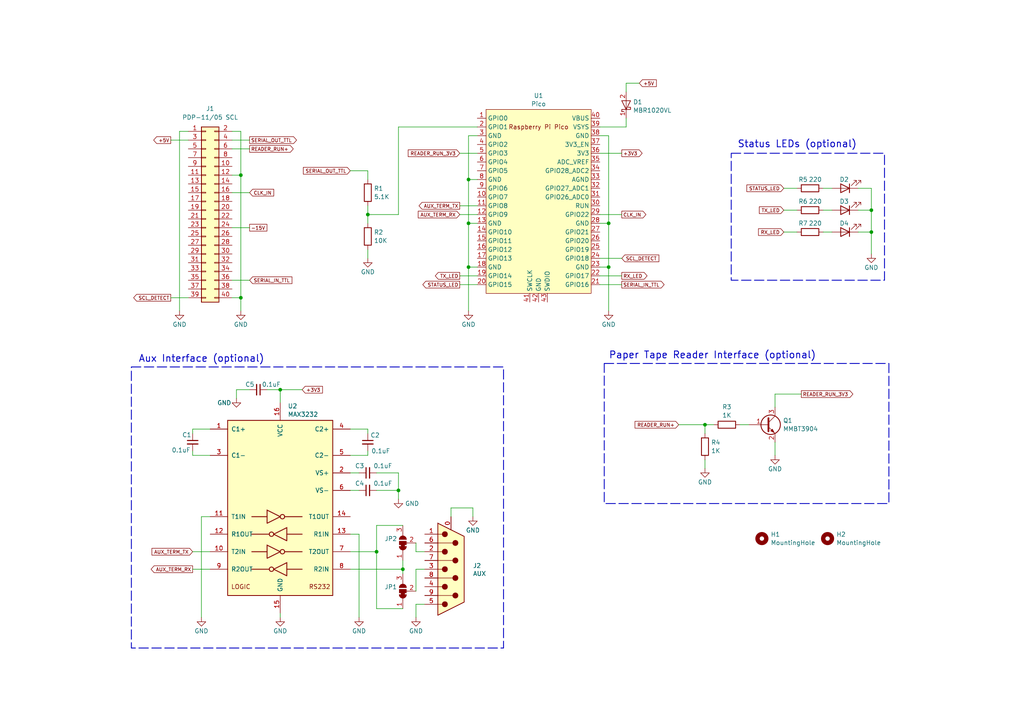
<source format=kicad_sch>
(kicad_sch (version 20231120) (generator "eeschema") (generator_version "8.0")
  (paper "A4")
  (title_block (title "PDP-11/05 Console Adapter V2") (date "2025-04-12") (rev "4.1") (comment 1 "Licensed under a Creative Commons Attribution 4.0 International License") (comment 2 "Copyright © 2025 Jay Logue") (comment 4 "https://github.com/jaylogue/pdp1105-console-adapter-v2"))
  (lib_symbols
    (symbol "Connector:DE9_Plug_MountingHoles" (pin_names (offset 1.016) hide)
      (property "Reference" "J" (at 0 16.51 0))
      (property "Value" "DE9_Plug_MountingHoles" (at 0 14.605 0))
      (symbol "DE9_Plug_MountingHoles_0_1"
        (circle (center -1.778 -10.16) (radius 0.762) (fill (type outline)))
        (circle (center -1.778 -5.08) (radius 0.762) (fill (type outline)))
        (circle (center -1.778 0) (radius 0.762) (fill (type outline)))
        (circle (center -1.778 5.08) (radius 0.762) (fill (type outline)))
        (circle (center -1.778 10.16) (radius 0.762) (fill (type outline)))
        (polyline (pts (xy -3.81 -10.16) (xy -2.54 -10.16)))
        (polyline (pts (xy -3.81 -7.62) (xy 0.508 -7.62)))
        (polyline (pts (xy -3.81 -5.08) (xy -2.54 -5.08)))
        (polyline (pts (xy -3.81 -2.54) (xy 0.508 -2.54)))
        (polyline (pts (xy -3.81 0) (xy -2.54 0)))
        (polyline (pts (xy -3.81 2.54) (xy 0.508 2.54)))
        (polyline (pts (xy -3.81 5.08) (xy -2.54 5.08)))
        (polyline (pts (xy -3.81 7.62) (xy 0.508 7.62)))
        (polyline (pts (xy -3.81 10.16) (xy -2.54 10.16)))
        (polyline (pts (xy -3.81 -13.335) (xy -3.81 13.335) (xy 3.81 9.525) (xy 3.81 -9.525) (xy -3.81 -13.335)) (stroke (width 0.254)) (fill (type background)))
        (circle (center 1.27 -7.62) (radius 0.762) (fill (type outline)))
        (circle (center 1.27 -2.54) (radius 0.762) (fill (type outline)))
        (circle (center 1.27 2.54) (radius 0.762) (fill (type outline)))
        (circle (center 1.27 7.62) (radius 0.762) (fill (type outline)))
      )
      (symbol "DE9_Plug_MountingHoles_1_1"
        (pin passive line (at 0 -15.24 90) (length 3.81) (name "PAD") (number "0"))
        (pin passive line (at -7.62 -10.16 0) (length 3.81) (name "1") (number "1"))
        (pin passive line (at -7.62 -5.08 0) (length 3.81) (name "2") (number "2"))
        (pin passive line (at -7.62 0 0) (length 3.81) (name "3") (number "3"))
        (pin passive line (at -7.62 5.08 0) (length 3.81) (name "4") (number "4"))
        (pin passive line (at -7.62 10.16 0) (length 3.81) (name "5") (number "5"))
        (pin passive line (at -7.62 -7.62 0) (length 3.81) (name "6") (number "6"))
        (pin passive line (at -7.62 -2.54 0) (length 3.81) (name "7") (number "7"))
        (pin passive line (at -7.62 2.54 0) (length 3.81) (name "8") (number "8"))
        (pin passive line (at -7.62 7.62 0) (length 3.81) (name "9") (number "9"))
      )
    )
    (symbol "Connector_Generic:Conn_02x20_Odd_Even" (pin_names (offset 0) hide)
      (property "Reference" "J1" (at 1.27 32.0802 0))
      (property "Value" "Console Connector" (at 1.27 29.5402 0))
      (symbol "Conn_02x20_Odd_Even_1_1"
        (rectangle (start -1.27 -25.273) (end 0 -25.527) (stroke (width 0.1524)))
        (rectangle (start -1.27 -22.733) (end 0 -22.987) (stroke (width 0.1524)))
        (rectangle (start -1.27 -20.193) (end 0 -20.447) (stroke (width 0.1524)))
        (rectangle (start -1.27 -17.653) (end 0 -17.907) (stroke (width 0.1524)))
        (rectangle (start -1.27 -15.113) (end 0 -15.367) (stroke (width 0.1524)))
        (rectangle (start -1.27 -12.573) (end 0 -12.827) (stroke (width 0.1524)))
        (rectangle (start -1.27 -10.033) (end 0 -10.287) (stroke (width 0.1524)))
        (rectangle (start -1.27 -7.493) (end 0 -7.747) (stroke (width 0.1524)))
        (rectangle (start -1.27 -4.953) (end 0 -5.207) (stroke (width 0.1524)))
        (rectangle (start -1.27 -2.413) (end 0 -2.667) (stroke (width 0.1524)))
        (rectangle (start -1.27 0.127) (end 0 -0.127) (stroke (width 0.1524)))
        (rectangle (start -1.27 2.667) (end 0 2.413) (stroke (width 0.1524)))
        (rectangle (start -1.27 5.207) (end 0 4.953) (stroke (width 0.1524)))
        (rectangle (start -1.27 7.747) (end 0 7.493) (stroke (width 0.1524)))
        (rectangle (start -1.27 10.287) (end 0 10.033) (stroke (width 0.1524)))
        (rectangle (start -1.27 12.827) (end 0 12.573) (stroke (width 0.1524)))
        (rectangle (start -1.27 15.367) (end 0 15.113) (stroke (width 0.1524)))
        (rectangle (start -1.27 17.907) (end 0 17.653) (stroke (width 0.1524)))
        (rectangle (start -1.27 20.447) (end 0 20.193) (stroke (width 0.1524)))
        (rectangle (start -1.27 22.987) (end 0 22.733) (stroke (width 0.1524)))
        (rectangle (start -1.27 24.13) (end 3.81 -26.67) (stroke (width 0.254)) (fill (type background)))
        (rectangle (start 3.81 -25.273) (end 2.54 -25.527) (stroke (width 0.1524)))
        (rectangle (start 3.81 -22.733) (end 2.54 -22.987) (stroke (width 0.1524)))
        (rectangle (start 3.81 -20.193) (end 2.54 -20.447) (stroke (width 0.1524)))
        (rectangle (start 3.81 -17.653) (end 2.54 -17.907) (stroke (width 0.1524)))
        (rectangle (start 3.81 -15.113) (end 2.54 -15.367) (stroke (width 0.1524)))
        (rectangle (start 3.81 -12.573) (end 2.54 -12.827) (stroke (width 0.1524)))
        (rectangle (start 3.81 -10.033) (end 2.54 -10.287) (stroke (width 0.1524)))
        (rectangle (start 3.81 -7.493) (end 2.54 -7.747) (stroke (width 0.1524)))
        (rectangle (start 3.81 -4.953) (end 2.54 -5.207) (stroke (width 0.1524)))
        (rectangle (start 3.81 -2.413) (end 2.54 -2.667) (stroke (width 0.1524)))
        (rectangle (start 3.81 0.127) (end 2.54 -0.127) (stroke (width 0.1524)))
        (rectangle (start 3.81 2.667) (end 2.54 2.413) (stroke (width 0.1524)))
        (rectangle (start 3.81 5.207) (end 2.54 4.953) (stroke (width 0.1524)))
        (rectangle (start 3.81 7.747) (end 2.54 7.493) (stroke (width 0.1524)))
        (rectangle (start 3.81 10.287) (end 2.54 10.033) (stroke (width 0.1524)))
        (rectangle (start 3.81 12.827) (end 2.54 12.573) (stroke (width 0.1524)))
        (rectangle (start 3.81 15.367) (end 2.54 15.113) (stroke (width 0.1524)))
        (rectangle (start 3.81 17.907) (end 2.54 17.653) (stroke (width 0.1524)))
        (rectangle (start 3.81 20.447) (end 2.54 20.193) (stroke (width 0.1524)))
        (rectangle (start 3.81 22.987) (end 2.54 22.733) (stroke (width 0.1524)))
        (pin passive line (at -5.08 22.86 0) (length 3.81) (name "GND") (number "1"))
        (pin passive line (at 7.62 12.7 180) (length 3.81) (name "-SERIAL_OUT_20MA") (number "10"))
        (pin passive line (at -5.08 10.16 0) (length 3.81) (name "NC") (number "11"))
        (pin passive line (at 7.62 10.16 180) (length 3.81) (name "CLK_DISAB") (number "12"))
        (pin passive line (at -5.08 7.62 0) (length 3.81) (name "NC") (number "13"))
        (pin passive line (at 7.62 7.62 180) (length 3.81) (name "-READER_RUN_20MA") (number "14"))
        (pin passive line (at -5.08 5.08 0) (length 3.81) (name "NC") (number "15"))
        (pin passive line (at 7.62 5.08 180) (length 3.81) (name "CLK_IN") (number "16"))
        (pin passive line (at -5.08 2.54 0) (length 3.81) (name "NC") (number "17"))
        (pin passive line (at 7.62 2.54 180) (length 3.81) (name "+SERIAL_OUT_20MA") (number "18"))
        (pin passive line (at -5.08 0 0) (length 3.81) (name "NC") (number "19"))
        (pin passive line (at 7.62 22.86 180) (length 3.81) (name "GND") (number "2"))
        (pin passive line (at 7.62 0 180) (length 3.81) (name "NC") (number "20"))
        (pin passive line (at -5.08 -2.54 0) (length 3.81) (name "NC") (number "21"))
        (pin passive line (at 7.62 -2.54 180) (length 3.81) (name "NC") (number "22"))
        (pin passive line (at -5.08 -5.08 0) (length 3.81) (name "NC") (number "23"))
        (pin passive line (at 7.62 -5.08 180) (length 3.81) (name "-15V") (number "24"))
        (pin passive line (at -5.08 -7.62 0) (length 3.81) (name "NC") (number "25"))
        (pin passive line (at 7.62 -7.62 180) (length 3.81) (name "-SERIAL_IN_20MA") (number "26"))
        (pin passive line (at -5.08 -10.16 0) (length 3.81) (name "NC") (number "27"))
        (pin passive line (at 7.62 -10.16 180) (length 3.81) (name "NC") (number "28"))
        (pin passive line (at -5.08 -12.7 0) (length 3.81) (name "NC") (number "29"))
        (pin passive line (at -5.08 20.32 0) (length 3.81) (name "+5V") (number "3"))
        (pin passive line (at 7.62 -12.7 180) (length 3.81) (name "NC") (number "30"))
        (pin passive line (at -5.08 -15.24 0) (length 3.81) (name "NC") (number "31"))
        (pin passive line (at 7.62 -15.24 180) (length 3.81) (name "+SERIAL_IN_20MA") (number "32"))
        (pin passive line (at -5.08 -17.78 0) (length 3.81) (name "NC") (number "33"))
        (pin passive line (at 7.62 -17.78 180) (length 3.81) (name "INTERLOCK_20MA") (number "34"))
        (pin passive line (at -5.08 -20.32 0) (length 3.81) (name "NC") (number "35"))
        (pin passive line (at 7.62 -20.32 180) (length 3.81) (name "SERIAL_IN_TTL") (number "36"))
        (pin passive line (at -5.08 -22.86 0) (length 3.81) (name "NC") (number "37"))
        (pin passive line (at 7.62 -22.86 180) (length 3.81) (name "NC") (number "38"))
        (pin passive line (at -5.08 -25.4 0) (length 3.81) (name "GND") (number "39"))
        (pin passive line (at 7.62 20.32 180) (length 3.81) (name "SERIAL_OUT_TTL") (number "4"))
        (pin passive line (at 7.62 -25.4 180) (length 3.81) (name "GND") (number "40"))
        (pin passive line (at -5.08 17.78 0) (length 3.81) (name "NC") (number "5"))
        (pin passive line (at 7.62 17.78 180) (length 3.81) (name "+READER_RUN_20MA") (number "6"))
        (pin passive line (at -5.08 15.24 0) (length 3.81) (name "NC") (number "7"))
        (pin passive line (at 7.62 15.24 180) (length 3.81) (name "NC") (number "8"))
        (pin passive line (at -5.08 12.7 0) (length 3.81) (name "NC") (number "9"))
      )
    )
    (symbol "Device:C_Small" (pin_numbers hide) (pin_names (offset 0.254) hide)
      (property "Reference" "C" (at 0.254 1.778 0))
      (property "Value" "C_Small" (at 0.254 -2.032 0))
      (symbol "C_Small_0_1"
        (polyline (pts (xy -1.524 -0.508) (xy 1.524 -0.508)) (stroke (width 0.3302)))
        (polyline (pts (xy -1.524 0.508) (xy 1.524 0.508)) (stroke (width 0.3048)))
      )
      (symbol "C_Small_1_1"
        (pin passive line (at 0 2.54 270) (length 2.032) (name "~") (number "1"))
        (pin passive line (at 0 -2.54 90) (length 2.032) (name "~") (number "2"))
      )
    )
    (symbol "Device:LED" (pin_numbers hide) (pin_names (offset 1.016) hide)
      (property "Reference" "D" (at 0 2.54 0))
      (property "Value" "LED" (at 0 -2.54 0))
      (symbol "LED_0_1"
        (polyline (pts (xy -1.27 -1.27) (xy -1.27 1.27)) (stroke (width 0.254)))
        (polyline (pts (xy -1.27 0) (xy 1.27 0)))
        (polyline (pts (xy 1.27 -1.27) (xy 1.27 1.27) (xy -1.27 0) (xy 1.27 -1.27)) (stroke (width 0.254)))
        (polyline (pts (xy -3.048 -0.762) (xy -4.572 -2.286) (xy -3.81 -2.286) (xy -4.572 -2.286) (xy -4.572 -1.524)))
        (polyline (pts (xy -1.778 -0.762) (xy -3.302 -2.286) (xy -2.54 -2.286) (xy -3.302 -2.286) (xy -3.302 -1.524)))
      )
      (symbol "LED_1_1"
        (pin passive line (at -3.81 0 0) (length 2.54) (name "K") (number "1"))
        (pin passive line (at 3.81 0 180) (length 2.54) (name "A") (number "2"))
      )
    )
    (symbol "Device:R" (pin_numbers hide) (pin_names (offset 0))
      (property "Reference" "R" (at 2.032 0 90))
      (property "Value" "R" (at 0 0 90))
      (symbol "R_0_1"
        (rectangle (start -1.016 -2.54) (end 1.016 2.54) (stroke (width 0.254)))
      )
      (symbol "R_1_1"
        (pin passive line (at 0 3.81 270) (length 1.27) (name "~") (number "1"))
        (pin passive line (at 0 -3.81 90) (length 1.27) (name "~") (number "2"))
      )
    )
    (symbol "Diode:MBR1020VL" (pin_names hide)
      (property "Reference" "D" (at 0 2.54 0))
      (property "Value" "MBR1020VL" (at 0 -2.54 0))
      (symbol "MBR1020VL_0_1"
        (polyline (pts (xy 1.27 0) (xy -1.27 0)))
        (polyline (pts (xy 1.27 1.27) (xy 1.27 -1.27) (xy -1.27 0) (xy 1.27 1.27)) (stroke (width 0.2032)))
        (polyline (pts (xy -1.905 0.635) (xy -1.905 1.27) (xy -1.27 1.27) (xy -1.27 -1.27) (xy -0.635 -1.27) (xy -0.635 -0.635)) (stroke (width 0.2032)))
      )
      (symbol "MBR1020VL_1_1"
        (pin passive line (at -3.81 0 0) (length 2.54) (name "K") (number "1"))
        (pin passive line (at 3.81 0 180) (length 2.54) (name "A") (number "2"))
      )
    )
    (symbol "Interface_UART:MAX3232" (pin_names (offset 1.016))
      (property "Reference" "U3" (at 2.1941 29.5445 0))
      (property "Value" "MAX3232" (at 2.1941 27.1202 0))
      (symbol "MAX3232_0_0"
        (text "LOGIC" (at -11.43 -22.86 0) (effects (font (size 1.27 1.27))))
        (text "RS232" (at 11.43 -22.86 0) (effects (font (size 1.27 1.27))))
      )
      (symbol "MAX3232_0_1"
        (rectangle (start -15.24 -25.4) (end 15.24 25.4) (stroke (width 0.254)) (fill (type background)))
        (circle (center -2.54 -17.78) (radius 0.635) (stroke (width 0.254)))
        (circle (center -2.54 -7.62) (radius 0.635) (stroke (width 0.254)))
        (polyline (pts (xy -3.81 -12.7) (xy -8.255 -12.7)) (stroke (width 0.254)))
        (polyline (pts (xy -3.81 -2.54) (xy -8.255 -2.54)) (stroke (width 0.254)))
        (polyline (pts (xy -3.175 -17.78) (xy -8.255 -17.78)) (stroke (width 0.254)))
        (polyline (pts (xy -3.175 -7.62) (xy -8.255 -7.62)) (stroke (width 0.254)))
        (polyline (pts (xy 1.27 -12.7) (xy 6.35 -12.7)) (stroke (width 0.254)))
        (polyline (pts (xy 1.27 -2.54) (xy 6.35 -2.54)) (stroke (width 0.254)))
        (polyline (pts (xy 1.905 -17.78) (xy 6.35 -17.78)) (stroke (width 0.254)))
        (polyline (pts (xy 1.905 -7.62) (xy 6.35 -7.62)) (stroke (width 0.254)))
        (polyline (pts (xy -3.81 -10.795) (xy -3.81 -14.605) (xy 0 -12.7) (xy -3.81 -10.795)) (stroke (width 0.254)))
        (polyline (pts (xy -3.81 -0.635) (xy -3.81 -4.445) (xy 0 -2.54) (xy -3.81 -0.635)) (stroke (width 0.254)))
        (polyline (pts (xy 1.905 -15.875) (xy 1.905 -19.685) (xy -1.905 -17.78) (xy 1.905 -15.875)) (stroke (width 0.254)))
        (polyline (pts (xy 1.905 -5.715) (xy 1.905 -9.525) (xy -1.905 -7.62) (xy 1.905 -5.715)) (stroke (width 0.254)))
        (circle (center 0.635 -12.7) (radius 0.635) (stroke (width 0.254)))
        (circle (center 0.635 -2.54) (radius 0.635) (stroke (width 0.254)))
      )
      (symbol "MAX3232_1_1"
        (pin passive line (at -20.32 22.86 0) (length 5.08) (name "C1+") (number "1"))
        (pin input line (at -20.32 -12.7 0) (length 5.08) (name "T2IN") (number "10"))
        (pin input line (at -20.32 -2.54 0) (length 5.08) (name "T1IN") (number "11"))
        (pin output line (at -20.32 -7.62 0) (length 5.08) (name "R1OUT") (number "12"))
        (pin input line (at 20.32 -7.62 180) (length 5.08) (name "R1IN") (number "13"))
        (pin output line (at 20.32 -2.54 180) (length 5.08) (name "T1OUT") (number "14"))
        (pin power_in line (at 0 -30.48 90) (length 5.08) (name "GND") (number "15"))
        (pin power_in line (at 0 30.48 270) (length 5.08) (name "VCC") (number "16"))
        (pin power_out line (at 20.32 10.16 180) (length 5.08) (name "VS+") (number "2"))
        (pin passive line (at -20.32 15.24 0) (length 5.08) (name "C1-") (number "3"))
        (pin passive line (at 20.32 22.86 180) (length 5.08) (name "C2+") (number "4"))
        (pin passive line (at 20.32 15.24 180) (length 5.08) (name "C2-") (number "5"))
        (pin power_out line (at 20.32 5.08 180) (length 5.08) (name "VS-") (number "6"))
        (pin output line (at 20.32 -12.7 180) (length 5.08) (name "T2OUT") (number "7"))
        (pin input line (at 20.32 -17.78 180) (length 5.08) (name "R2IN") (number "8"))
        (pin output line (at -20.32 -17.78 0) (length 5.08) (name "R2OUT") (number "9"))
      )
    )
    (symbol "Jumper:SolderJumper_3_Bridged12" (pin_names (offset 0) hide) (exclude_from_sim yes) (in_bom no)
      (property "Reference" "JP" (at -2.54 -2.54 0))
      (property "Value" "SolderJumper_3_Bridged12" (at 0 2.794 0))
      (symbol "SolderJumper_3_Bridged12_0_1"
        (rectangle (start -1.016 0.508) (end -0.508 -0.508) (fill (type outline)))
        (arc (start -1.016 1.016) (mid -2.0276 0) (end -1.016 -1.016))
        (arc (start -1.016 1.016) (mid -2.0276 0) (end -1.016 -1.016) (fill (type outline)))
        (rectangle (start -0.508 1.016) (end 0.508 -1.016) (fill (type outline)))
        (polyline (pts (xy -2.54 0) (xy -2.032 0)))
        (polyline (pts (xy -1.016 1.016) (xy -1.016 -1.016)))
        (polyline (pts (xy 0 -1.27) (xy 0 -1.016)))
        (polyline (pts (xy 1.016 1.016) (xy 1.016 -1.016)))
        (polyline (pts (xy 2.54 0) (xy 2.032 0)))
        (arc (start 1.016 -1.016) (mid 2.0276 0) (end 1.016 1.016))
        (arc (start 1.016 -1.016) (mid 2.0276 0) (end 1.016 1.016) (fill (type outline)))
      )
      (symbol "SolderJumper_3_Bridged12_1_1"
        (pin passive line (at -5.08 0 0) (length 2.54) (name "A") (number "1"))
        (pin passive line (at 0 -3.81 90) (length 2.54) (name "C") (number "2"))
        (pin passive line (at 5.08 0 180) (length 2.54) (name "B") (number "3"))
      )
    )
    (symbol "MCU_RaspberryPi_and_Boards:Pico"
      (property "Reference" "U" (at -13.97 27.94 0))
      (property "Value" "Pico" (at 0 19.05 0))
      (symbol "Pico_0_0"
        (text "Raspberry Pi Pico" (at 0 21.59 0) (effects (font (size 1.27 1.27))))
      )
      (symbol "Pico_0_1"
        (rectangle (start -15.24 26.67) (end 15.24 -26.67) (fill (type background)))
      )
      (symbol "Pico_1_1"
        (pin bidirectional line (at -17.78 24.13 0) (length 2.54) (name "GPIO0") (number "1"))
        (pin bidirectional line (at -17.78 1.27 0) (length 2.54) (name "GPIO7") (number "10"))
        (pin bidirectional line (at -17.78 -1.27 0) (length 2.54) (name "GPIO8") (number "11"))
        (pin bidirectional line (at -17.78 -3.81 0) (length 2.54) (name "GPIO9") (number "12"))
        (pin power_in line (at -17.78 -6.35 0) (length 2.54) (name "GND") (number "13"))
        (pin bidirectional line (at -17.78 -8.89 0) (length 2.54) (name "GPIO10") (number "14"))
        (pin bidirectional line (at -17.78 -11.43 0) (length 2.54) (name "GPIO11") (number "15"))
        (pin bidirectional line (at -17.78 -13.97 0) (length 2.54) (name "GPIO12") (number "16"))
        (pin bidirectional line (at -17.78 -16.51 0) (length 2.54) (name "GPIO13") (number "17"))
        (pin power_in line (at -17.78 -19.05 0) (length 2.54) (name "GND") (number "18"))
        (pin bidirectional line (at -17.78 -21.59 0) (length 2.54) (name "GPIO14") (number "19"))
        (pin bidirectional line (at -17.78 21.59 0) (length 2.54) (name "GPIO1") (number "2"))
        (pin bidirectional line (at -17.78 -24.13 0) (length 2.54) (name "GPIO15") (number "20"))
        (pin bidirectional line (at 17.78 -24.13 180) (length 2.54) (name "GPIO16") (number "21"))
        (pin bidirectional line (at 17.78 -21.59 180) (length 2.54) (name "GPIO17") (number "22"))
        (pin power_in line (at 17.78 -19.05 180) (length 2.54) (name "GND") (number "23"))
        (pin bidirectional line (at 17.78 -16.51 180) (length 2.54) (name "GPIO18") (number "24"))
        (pin bidirectional line (at 17.78 -13.97 180) (length 2.54) (name "GPIO19") (number "25"))
        (pin bidirectional line (at 17.78 -11.43 180) (length 2.54) (name "GPIO20") (number "26"))
        (pin bidirectional line (at 17.78 -8.89 180) (length 2.54) (name "GPIO21") (number "27"))
        (pin power_in line (at 17.78 -6.35 180) (length 2.54) (name "GND") (number "28"))
        (pin bidirectional line (at 17.78 -3.81 180) (length 2.54) (name "GPIO22") (number "29"))
        (pin power_in line (at -17.78 19.05 0) (length 2.54) (name "GND") (number "3"))
        (pin input line (at 17.78 -1.27 180) (length 2.54) (name "RUN") (number "30"))
        (pin bidirectional line (at 17.78 1.27 180) (length 2.54) (name "GPIO26_ADC0") (number "31"))
        (pin bidirectional line (at 17.78 3.81 180) (length 2.54) (name "GPIO27_ADC1") (number "32"))
        (pin power_in line (at 17.78 6.35 180) (length 2.54) (name "AGND") (number "33"))
        (pin bidirectional line (at 17.78 8.89 180) (length 2.54) (name "GPIO28_ADC2") (number "34"))
        (pin power_in line (at 17.78 11.43 180) (length 2.54) (name "ADC_VREF") (number "35"))
        (pin power_in line (at 17.78 13.97 180) (length 2.54) (name "3V3") (number "36"))
        (pin input line (at 17.78 16.51 180) (length 2.54) (name "3V3_EN") (number "37"))
        (pin bidirectional line (at 17.78 19.05 180) (length 2.54) (name "GND") (number "38"))
        (pin power_in line (at 17.78 21.59 180) (length 2.54) (name "VSYS") (number "39"))
        (pin bidirectional line (at -17.78 16.51 0) (length 2.54) (name "GPIO2") (number "4"))
        (pin power_in line (at 17.78 24.13 180) (length 2.54) (name "VBUS") (number "40"))
        (pin input line (at -2.54 -29.21 90) (length 2.54) (name "SWCLK") (number "41"))
        (pin power_in line (at 0 -29.21 90) (length 2.54) (name "GND") (number "42"))
        (pin bidirectional line (at 2.54 -29.21 90) (length 2.54) (name "SWDIO") (number "43"))
        (pin bidirectional line (at -17.78 13.97 0) (length 2.54) (name "GPIO3") (number "5"))
        (pin bidirectional line (at -17.78 11.43 0) (length 2.54) (name "GPIO4") (number "6"))
        (pin bidirectional line (at -17.78 8.89 0) (length 2.54) (name "GPIO5") (number "7"))
        (pin power_in line (at -17.78 6.35 0) (length 2.54) (name "GND") (number "8"))
        (pin bidirectional line (at -17.78 3.81 0) (length 2.54) (name "GPIO6") (number "9"))
      )
    )
    (symbol "Mechanical:MountingHole" (pin_names (offset 1.016)) (exclude_from_sim yes) (in_bom no)
      (property "Reference" "H" (at 0 5.08 0))
      (property "Value" "MountingHole" (at 0 3.175 0))
      (symbol "MountingHole_0_1"
        (circle (center 0 0) (radius 1.27) (stroke (width 1.27)))
      )
    )
    (symbol "Transistor_BJT:MMBT3904" (pin_names (offset 0) hide)
      (property "Reference" "Q" (at 5.08 1.905 0))
      (property "Value" "MMBT3904" (at 5.08 0 0))
      (symbol "MMBT3904_0_1"
        (polyline (pts (xy 0.635 0.635) (xy 2.54 2.54)))
        (polyline (pts (xy 0.635 -0.635) (xy 2.54 -2.54) (xy 2.54 -2.54)))
        (polyline (pts (xy 0.635 1.905) (xy 0.635 -1.905) (xy 0.635 -1.905)) (stroke (width 0.508)))
        (polyline (pts (xy 1.27 -1.778) (xy 1.778 -1.27) (xy 2.286 -2.286) (xy 1.27 -1.778) (xy 1.27 -1.778)) (fill (type outline)))
        (circle (center 1.27 0) (radius 2.8194) (stroke (width 0.254)))
      )
      (symbol "MMBT3904_1_1"
        (pin input line (at -5.08 0 0) (length 5.715) (name "B") (number "1"))
        (pin passive line (at 2.54 -5.08 90) (length 2.54) (name "E") (number "2"))
        (pin passive line (at 2.54 5.08 270) (length 2.54) (name "C") (number "3"))
      )
    )
    (symbol "power:GND" (power) (pin_names (offset 0))
      (property "Value" "GND" (at 0 -3.81 0))
      (symbol "GND_0_1"
        (polyline (pts (xy 0 0) (xy 0 -1.27) (xy 1.27 -1.27) (xy 0 -2.54) (xy -1.27 -1.27) (xy 0 -1.27)))
      )
      (symbol "GND_1_1"
        (pin power_in line (at 0 0 270) (length 0) hide (name "GND") (number "1"))
      )
    )
  )
  (junction (at 135.89 52.07))
  (junction (at 135.89 64.77))
  (junction (at 116.84 165.1))
  (junction (at 81.28 113.03))
  (junction (at 106.68 62.23))
  (junction (at 252.73 67.31))
  (junction (at 176.53 64.77))
  (junction (at 135.89 77.47))
  (junction (at 69.85 50.8))
  (junction (at 115.57 142.24))
  (junction (at 176.53 77.47))
  (junction (at 109.22 160.02))
  (junction (at 204.47 123.19))
  (junction (at 69.85 86.36))
  (junction (at 252.73 60.96))
  (wire (pts (xy 181.61 26.67) (xy 181.61 24.13)))
  (wire (pts (xy 135.89 52.07) (xy 138.43 52.07)))
  (wire (pts (xy 106.68 59.69) (xy 106.68 62.23)))
  (wire (pts (xy 101.6 154.94) (xy 104.14 154.94)))
  (wire (pts (xy 106.68 72.39) (xy 106.68 74.93)))
  (wire (pts (xy 55.88 165.1) (xy 60.96 165.1)))
  (wire (pts (xy 67.31 43.18) (xy 72.39 43.18)))
  (wire (pts (xy 173.99 64.77) (xy 176.53 64.77)))
  (wire (pts (xy 67.31 50.8) (xy 69.85 50.8)))
  (wire (pts (xy 204.47 123.19) (xy 204.47 125.73)))
  (wire (pts (xy 214.63 123.19) (xy 217.17 123.19)))
  (wire (pts (xy 120.65 171.45) (xy 120.65 165.1)))
  (wire (pts (xy 67.31 38.1) (xy 69.85 38.1)))
  (wire (pts (xy 227.33 60.96) (xy 231.14 60.96)))
  (wire (pts (xy 116.84 165.1) (xy 116.84 166.37)))
  (wire (pts (xy 227.33 67.31) (xy 231.14 67.31)))
  (wire (pts (xy 60.96 124.46) (xy 55.88 124.46)))
  (wire (pts (xy 173.99 44.45) (xy 180.34 44.45)))
  (wire (pts (xy 133.35 59.69) (xy 138.43 59.69)))
  (wire (pts (xy 135.89 52.07) (xy 135.89 39.37)))
  (wire (pts (xy 69.85 38.1) (xy 69.85 50.8)))
  (wire (pts (xy 115.57 62.23) (xy 106.68 62.23)))
  (wire (pts (xy 68.58 113.03) (xy 72.39 113.03)))
  (wire (pts (xy 115.57 142.24) (xy 115.57 144.78)))
  (wire (pts (xy 120.65 175.26) (xy 120.65 179.07)))
  (wire (pts (xy 49.53 86.36) (xy 54.61 86.36)))
  (wire (pts (xy 238.76 54.61) (xy 241.3 54.61)))
  (wire (pts (xy 204.47 133.35) (xy 204.47 135.89)))
  (wire (pts (xy 69.85 86.36) (xy 69.85 90.17)))
  (wire (pts (xy 68.58 113.03) (xy 68.58 115.57)))
  (wire (pts (xy 173.99 77.47) (xy 176.53 77.47)))
  (wire (pts (xy 104.14 154.94) (xy 104.14 179.07)))
  (wire (pts (xy 248.92 60.96) (xy 252.73 60.96)))
  (wire (pts (xy 123.19 175.26) (xy 120.65 175.26)))
  (wire (pts (xy 67.31 40.64) (xy 72.39 40.64)))
  (wire (pts (xy 135.89 64.77) (xy 138.43 64.77)))
  (wire (pts (xy 238.76 67.31) (xy 241.3 67.31)))
  (wire (pts (xy 55.88 160.02) (xy 60.96 160.02)))
  (wire (pts (xy 54.61 38.1) (xy 52.07 38.1)))
  (wire (pts (xy 106.68 130.81) (xy 106.68 132.08)))
  (wire (pts (xy 173.99 36.83) (xy 181.61 36.83)))
  (wire (pts (xy 135.89 77.47) (xy 135.89 64.77)))
  (wire (pts (xy 60.96 132.08) (xy 55.88 132.08)))
  (wire (pts (xy 130.81 147.32) (xy 137.16 147.32)))
  (wire (pts (xy 181.61 36.83) (xy 181.61 34.29)))
  (wire (pts (xy 55.88 124.46) (xy 55.88 125.73)))
  (wire (pts (xy 120.65 160.02) (xy 123.19 160.02)))
  (wire (pts (xy 248.92 67.31) (xy 252.73 67.31)))
  (wire (pts (xy 67.31 55.88) (xy 72.39 55.88)))
  (wire (pts (xy 133.35 82.55) (xy 138.43 82.55)))
  (wire (pts (xy 227.33 54.61) (xy 231.14 54.61)))
  (wire (pts (xy 238.76 60.96) (xy 241.3 60.96)))
  (wire (pts (xy 106.68 132.08) (xy 101.6 132.08)))
  (wire (pts (xy 138.43 36.83) (xy 115.57 36.83)))
  (wire (pts (xy 109.22 176.53) (xy 116.84 176.53)))
  (wire (pts (xy 77.47 113.03) (xy 81.28 113.03)))
  (wire (pts (xy 106.68 124.46) (xy 101.6 124.46)))
  (wire (pts (xy 69.85 50.8) (xy 69.85 86.36)))
  (wire (pts (xy 81.28 113.03) (xy 87.63 113.03)))
  (wire (pts (xy 196.85 123.19) (xy 204.47 123.19)))
  (wire (pts (xy 135.89 39.37) (xy 138.43 39.37)))
  (wire (pts (xy 101.6 137.16) (xy 104.14 137.16)))
  (wire (pts (xy 135.89 77.47) (xy 135.89 90.17)))
  (wire (pts (xy 173.99 82.55) (xy 180.34 82.55)))
  (wire (pts (xy 173.99 39.37) (xy 176.53 39.37)))
  (wire (pts (xy 133.35 44.45) (xy 138.43 44.45)))
  (wire (pts (xy 176.53 39.37) (xy 176.53 64.77)))
  (wire (pts (xy 109.22 152.4) (xy 109.22 160.02)))
  (wire (pts (xy 224.79 118.11) (xy 224.79 114.3)))
  (wire (pts (xy 115.57 36.83) (xy 115.57 62.23)))
  (wire (pts (xy 106.68 62.23) (xy 106.68 64.77)))
  (wire (pts (xy 67.31 66.04) (xy 72.39 66.04)))
  (wire (pts (xy 109.22 137.16) (xy 115.57 137.16)))
  (wire (pts (xy 173.99 74.93) (xy 180.34 74.93)))
  (wire (pts (xy 101.6 165.1) (xy 116.84 165.1)))
  (wire (pts (xy 55.88 132.08) (xy 55.88 130.81)))
  (wire (pts (xy 120.65 157.48) (xy 120.65 160.02)))
  (wire (pts (xy 138.43 77.47) (xy 135.89 77.47)))
  (wire (pts (xy 135.89 64.77) (xy 135.89 52.07)))
  (wire (pts (xy 137.16 147.32) (xy 137.16 149.86)))
  (wire (pts (xy 224.79 114.3) (xy 232.41 114.3)))
  (wire (pts (xy 52.07 38.1) (xy 52.07 90.17)))
  (wire (pts (xy 176.53 77.47) (xy 176.53 90.17)))
  (wire (pts (xy 115.57 137.16) (xy 115.57 142.24)))
  (wire (pts (xy 106.68 49.53) (xy 106.68 52.07)))
  (wire (pts (xy 252.73 54.61) (xy 252.73 60.96)))
  (wire (pts (xy 101.6 160.02) (xy 109.22 160.02)))
  (wire (pts (xy 130.81 149.86) (xy 130.81 147.32)))
  (wire (pts (xy 204.47 123.19) (xy 207.01 123.19)))
  (wire (pts (xy 252.73 60.96) (xy 252.73 67.31)))
  (wire (pts (xy 67.31 86.36) (xy 69.85 86.36)))
  (wire (pts (xy 58.42 149.86) (xy 58.42 179.07)))
  (wire (pts (xy 133.35 62.23) (xy 138.43 62.23)))
  (wire (pts (xy 133.35 80.01) (xy 138.43 80.01)))
  (wire (pts (xy 101.6 49.53) (xy 106.68 49.53)))
  (wire (pts (xy 109.22 142.24) (xy 115.57 142.24)))
  (wire (pts (xy 248.92 54.61) (xy 252.73 54.61)))
  (wire (pts (xy 224.79 128.27) (xy 224.79 132.08)))
  (wire (pts (xy 120.65 165.1) (xy 123.19 165.1)))
  (wire (pts (xy 81.28 177.8) (xy 81.28 179.07)))
  (wire (pts (xy 106.68 125.73) (xy 106.68 124.46)))
  (wire (pts (xy 72.39 81.28) (xy 67.31 81.28)))
  (wire (pts (xy 252.73 67.31) (xy 252.73 73.66)))
  (wire (pts (xy 176.53 64.77) (xy 176.53 77.47)))
  (wire (pts (xy 81.28 113.03) (xy 81.28 116.84)))
  (wire (pts (xy 60.96 149.86) (xy 58.42 149.86)))
  (wire (pts (xy 173.99 80.01) (xy 180.34 80.01)))
  (wire (pts (xy 109.22 152.4) (xy 116.84 152.4)))
  (wire (pts (xy 116.84 162.56) (xy 116.84 165.1)))
  (wire (pts (xy 173.99 62.23) (xy 180.34 62.23)))
  (wire (pts (xy 181.61 24.13) (xy 185.42 24.13)))
  (wire (pts (xy 49.53 40.64) (xy 54.61 40.64)))
  (wire (pts (xy 109.22 160.02) (xy 109.22 176.53)))
  (wire (pts (xy 101.6 142.24) (xy 104.14 142.24)))
  (rectangle (start 175.26 105.41) (end 257.81 146.05) (stroke (width 0.25) (type dash)))
  (rectangle (start 212.09 44.45) (end 256.54 81.28) (stroke (width 0.25) (type dash)))
  (rectangle (start 38.1 106.426) (end 146.05 187.96) (stroke (width 0.25) (type dash)))
  (text "Aux Interface (optional)" (at 40.132 104.14 0) (effects (font (size 2 2) (thickness 0.25)) (justify left)))
  (text "Status LEDs (optional)" (at 213.868 41.91 0) (effects (font (size 2 2) (thickness 0.25)) (justify left)))
  (text "Paper Tape Reader Interface (optional)" (at 176.53 103.124 0) (effects (font (size 2 2) (thickness 0.25)) (justify left)))
  (global_label "TX_LED" (shape output) (at 133.35 80.01 180) (effects (font (size 1 1))) (property "Intersheetrefs" "${INTERSHEET_REFS}" (effects (hide yes))))
  (global_label "READER_RUN+" (shape output) (at 72.39 43.18 0) (effects (font (size 1 1))) (property "Intersheetrefs" "${INTERSHEET_REFS}" (effects (hide yes))))
  (global_label "RX_LED" (shape output) (at 180.34 80.01 0) (effects (font (size 1 1))) (property "Intersheetrefs" "${INTERSHEET_REFS}" (effects (hide yes))))
  (global_label "SERIAL_IN_TTL" (shape input) (at 72.39 81.28 0) (effects (font (size 1 1))) (property "Intersheetrefs" "${INTERSHEET_REFS}" (effects (hide yes))))
  (global_label "AUX_TERM_TX" (shape output) (at 133.35 59.69 180) (effects (font (size 1 1))) (property "Intersheetrefs" "${INTERSHEET_REFS}" (effects (hide yes))))
  (global_label "RX_LED" (shape input) (at 227.33 67.31 180) (effects (font (size 1 1))) (property "Intersheetrefs" "${INTERSHEET_REFS}" (effects (hide yes))))
  (global_label "STATUS_LED" (shape output) (at 133.35 82.55 180) (effects (font (size 1 1))) (property "Intersheetrefs" "${INTERSHEET_REFS}" (effects (hide yes))))
  (global_label "SERIAL_OUT_TTL" (shape output) (at 72.39 40.64 0) (effects (font (size 1 1))) (property "Intersheetrefs" "${INTERSHEET_REFS}" (effects (hide yes))))
  (global_label "AUX_TERM_RX" (shape input) (at 133.35 62.23 180) (effects (font (size 1 1))) (property "Intersheetrefs" "${INTERSHEET_REFS}" (effects (hide yes))))
  (global_label "AUX_TERM_RX" (shape output) (at 55.88 165.1 180) (effects (font (size 1 1))) (property "Intersheetrefs" "${INTERSHEET_REFS}" (effects (hide yes))))
  (global_label "+5V" (shape output) (at 49.53 40.64 180) (effects (font (size 1 1))) (property "Intersheetrefs" "${INTERSHEET_REFS}" (effects (hide yes))))
  (global_label "+5V" (shape input) (at 185.42 24.13 0) (effects (font (size 1 1))) (property "Intersheetrefs" "${INTERSHEET_REFS}" (effects (hide yes))))
  (global_label "SCL_DETECT" (shape output) (at 49.53 86.36 180) (effects (font (size 1 1))) (property "Intersheetrefs" "${INTERSHEET_REFS}" (effects (hide yes))))
  (global_label "+3V3" (shape output) (at 180.34 44.45 0) (effects (font (size 1 1))) (property "Intersheetrefs" "${INTERSHEET_REFS}" (effects (hide yes))))
  (global_label "CLK_IN" (shape output) (at 180.34 62.23 0) (effects (font (size 1 1))) (property "Intersheetrefs" "${INTERSHEET_REFS}" (effects (hide yes))))
  (global_label "READER_RUN+" (shape input) (at 196.85 123.19 180) (effects (font (size 1 1))) (property "Intersheetrefs" "${INTERSHEET_REFS}" (effects (hide yes))))
  (global_label "CLK_IN" (shape input) (at 72.39 55.88 0) (effects (font (size 1 1))) (property "Intersheetrefs" "${INTERSHEET_REFS}" (effects (hide yes))))
  (global_label "STATUS_LED" (shape input) (at 227.33 54.61 180) (effects (font (size 1 1))) (property "Intersheetrefs" "${INTERSHEET_REFS}" (effects (hide yes))))
  (global_label "READER_RUN_3V3" (shape output) (at 232.41 114.3 0) (effects (font (size 1 1))) (property "Intersheetrefs" "${INTERSHEET_REFS}" (effects (hide yes))))
  (global_label "SERIAL_OUT_TTL" (shape input) (at 101.6 49.53 180) (effects (font (size 1 1))) (property "Intersheetrefs" "${INTERSHEET_REFS}" (effects (hide yes))))
  (global_label "+3V3" (shape input) (at 87.63 113.03 0) (effects (font (size 1 1))) (property "Intersheetrefs" "${INTERSHEET_REFS}" (effects (hide yes))))
  (global_label "-15V" (shape passive) (at 72.39 66.04 0) (effects (font (size 1 1))) (property "Intersheetrefs" "${INTERSHEET_REFS}" (effects (hide yes))))
  (global_label "SERIAL_IN_TTL" (shape output) (at 180.34 82.55 0) (effects (font (size 1 1))) (property "Intersheetrefs" "${INTERSHEET_REFS}" (effects (hide yes))))
  (global_label "TX_LED" (shape input) (at 227.33 60.96 180) (effects (font (size 1 1))) (property "Intersheetrefs" "${INTERSHEET_REFS}" (effects (hide yes))))
  (global_label "AUX_TERM_TX" (shape input) (at 55.88 160.02 180) (effects (font (size 1 1))) (property "Intersheetrefs" "${INTERSHEET_REFS}" (effects (hide yes))))
  (global_label "READER_RUN_3V3" (shape input) (at 133.35 44.45 180) (effects (font (size 1 1))) (property "Intersheetrefs" "${INTERSHEET_REFS}" (effects (hide yes))))
  (global_label "SCL_DETECT" (shape input) (at 180.34 74.93 0) (effects (font (size 1 1))) (property "Intersheetrefs" "${INTERSHEET_REFS}" (effects (hide yes))))
  (symbol (lib_id "Device:C_Small") (at 106.68 137.16 90) (unit 1)
    (property "Reference" "C3" (at 105.664 135.128 90) (effects (justify left)))
    (property "Value" "0.1uF" (at 113.792 135.128 90) (effects (justify left)))
    (property "Footprint" "Capacitor_SMD:C_0805_2012Metric_Pad1.18x1.45mm_HandSolder" (effects (hide yes)))
    (property "LCSC" "C28233" (effects (hide yes)))
  )
  (symbol (lib_id "power:GND") (at 81.28 179.07 0) (unit 1)
    (property "Reference" "#PWR08" (effects (hide yes)))
    (property "Value" "GND" (at 81.28 183.015 0))
  )
  (symbol (lib_id "Device:R") (at 234.95 67.31 90) (unit 1)
    (property "Reference" "R7" (at 232.918 64.77 90))
    (property "Value" "220" (at 236.474 64.77 90))
    (property "Footprint" "Resistor_SMD:R_0805_2012Metric_Pad1.20x1.40mm_HandSolder" (effects (hide yes)))
    (property "Description" "Resistor" (effects (hide yes)))
    (property "LCSC" "C17414" (effects (hide yes)))
  )
  (symbol (lib_id "power:GND") (at 252.73 73.66 0) (unit 1)
    (property "Reference" "#PWR15" (effects (hide yes)))
    (property "Value" "GND" (at 252.73 77.605 0))
  )
  (symbol (lib_id "Transistor_BJT:MMBT3904") (at 222.25 123.19 0) (unit 1)
    (property "Reference" "Q1" (at 227.1014 121.9778 0) (effects (justify left)))
    (property "Value" "MMBT3904" (at 227.1014 124.4021 0) (effects (justify left)))
    (property "Footprint" "Package_TO_SOT_SMD:SOT-23" (effects (hide yes)))
    (property "Datasheet" "https://www.onsemi.com/pdf/datasheet/pzt3904-d.pdf" (effects (hide yes)))
    (property "Description" "0.2A Ic, 40V Vce, Small Signal NPN Transistor, SOT-23" (effects (hide yes)))
    (property "LCSC" "C20526" (effects (hide yes)))
  )
  (symbol (lib_id "Mechanical:MountingHole") (at 240.03 156.21 0) (unit 1) (exclude_from_sim yes) (in_bom no)
    (property "Reference" "H2" (at 242.57 154.9978 0) (effects (justify left)))
    (property "Value" "MountingHole" (at 242.57 157.4221 0) (effects (justify left)))
    (property "Footprint" "MountingHole:MountingHole_2.7mm_M2.5" (effects (hide yes)))
    (property "Description" "Mounting Hole without connection" (effects (hide yes)))
  )
  (symbol (lib_id "Device:R") (at 106.68 68.58 0) (unit 1)
    (property "Reference" "R2" (at 108.458 67.3678 0) (effects (justify left)))
    (property "Value" "10K" (at 108.458 69.7921 0) (effects (justify left)))
    (property "Footprint" "Resistor_SMD:R_0805_2012Metric_Pad1.20x1.40mm_HandSolder" (effects (hide yes)))
    (property "Description" "Resistor" (effects (hide yes)))
    (property "LCSC" "C17414" (effects (hide yes)))
  )
  (symbol (lib_id "power:GND") (at 224.79 132.08 0) (unit 1)
    (property "Reference" "#PWR010" (effects (hide yes)))
    (property "Value" "GND" (at 224.79 136.025 0))
  )
  (symbol (lib_id "Device:R") (at 106.68 55.88 0) (unit 1)
    (property "Reference" "R1" (at 108.458 54.6678 0) (effects (justify left)))
    (property "Value" "5.1K" (at 108.458 57.0921 0) (effects (justify left)))
    (property "Footprint" "Resistor_SMD:R_0805_2012Metric_Pad1.20x1.40mm_HandSolder" (effects (hide yes)))
    (property "Description" "Resistor" (effects (hide yes)))
    (property "LCSC" "C27834" (effects (hide yes)))
  )
  (symbol (lib_id "MCU_RaspberryPi_and_Boards:Pico") (at 156.21 58.42 0) (unit 1) (in_bom no)
    (property "Reference" "U1" (at 156.21 27.7325 0))
    (property "Value" "Pico" (at 156.21 30.1568 0))
    (property "Footprint" "pdp1105-console-adapter:RaspberryPi_Pico_Common_THT" (effects (hide yes)))
  )
  (symbol (lib_id "Device:C_Small") (at 106.68 142.24 90) (unit 1)
    (property "Reference" "C4" (at 105.664 140.208 90) (effects (justify left)))
    (property "Value" "0.1uF" (at 113.792 140.208 90) (effects (justify left)))
    (property "Footprint" "Capacitor_SMD:C_0805_2012Metric_Pad1.18x1.45mm_HandSolder" (effects (hide yes)))
    (property "LCSC" "C28233" (effects (hide yes)))
  )
  (symbol (lib_id "Device:C_Small") (at 55.88 128.27 0) (unit 1)
    (property "Reference" "C1" (at 52.832 126.1364 0) (effects (justify left)))
    (property "Value" "0.1uF" (at 49.784 130.556 0) (effects (justify left)))
    (property "Footprint" "Capacitor_SMD:C_0805_2012Metric_Pad1.18x1.45mm_HandSolder" (effects (hide yes)))
    (property "LCSC" "C28233" (effects (hide yes)))
  )
  (symbol (lib_id "power:GND") (at 137.16 149.86 0) (unit 1)
    (property "Reference" "#PWR14" (effects (hide yes)))
    (property "Value" "GND" (at 137.16 153.805 0))
  )
  (symbol (lib_id "Device:R") (at 204.47 129.54 180) (unit 1)
    (property "Reference" "R4" (at 206.248 128.3278 0) (effects (justify right)))
    (property "Value" "1K" (at 206.248 130.7521 0) (effects (justify right)))
    (property "Footprint" "Resistor_SMD:R_0805_2012Metric_Pad1.20x1.40mm_HandSolder" (effects (hide yes)))
    (property "Description" "Resistor" (effects (hide yes)))
    (property "LCSC" "C17513" (effects (hide yes)))
  )
  (symbol (lib_id "Interface_UART:MAX3232") (at 81.28 147.32 0) (unit 1)
    (property "Reference" "U2" (at 83.4741 117.7755 0) (effects (justify left)))
    (property "Value" "MAX3232" (at 83.4741 120.1998 0) (effects (justify left)))
    (property "Footprint" "Package_SO:SOIC-16_3.9x9.9mm_P1.27mm" (effects (hide yes)))
    (property "Datasheet" "https://datasheets.maximintegrated.com/en/ds/MAX3222-MAX3241.pdf" (effects (hide yes)))
    (property "Description" "3.0V to 5.5V, Low-Power, up to 1Mbps, True RS-232 Transceivers Using Four 0.1μF External Capacitors" (effects (hide yes)))
    (property "LCSC" "C9378" (effects (hide yes)))
  )
  (symbol (lib_id "power:GND") (at 58.42 179.07 0) (unit 1)
    (property "Reference" "#PWR07" (effects (hide yes)))
    (property "Value" "GND" (at 58.42 183.015 0))
  )
  (symbol (lib_id "power:GND") (at 120.65 179.07 0) (unit 1)
    (property "Reference" "#PWR09" (effects (hide yes)))
    (property "Value" "GND" (at 120.65 183.015 0))
  )
  (symbol (lib_id "Device:R") (at 234.95 60.96 90) (unit 1)
    (property "Reference" "R6" (at 232.918 58.42 90))
    (property "Value" "220" (at 236.474 58.42 90))
    (property "Footprint" "Resistor_SMD:R_0805_2012Metric_Pad1.20x1.40mm_HandSolder" (effects (hide yes)))
    (property "Description" "Resistor" (effects (hide yes)))
    (property "LCSC" "C17414" (effects (hide yes)))
  )
  (symbol (lib_id "power:GND") (at 204.47 135.89 0) (unit 1)
    (property "Reference" "#PWR013" (effects (hide yes)))
    (property "Value" "GND" (at 204.47 139.835 0))
  )
  (symbol (lib_id "Device:R") (at 234.95 54.61 90) (unit 1)
    (property "Reference" "R5" (at 232.918 52.07 90))
    (property "Value" "220" (at 236.474 52.07 90))
    (property "Footprint" "Resistor_SMD:R_0805_2012Metric_Pad1.20x1.40mm_HandSolder" (effects (hide yes)))
    (property "Description" "Resistor" (effects (hide yes)))
    (property "LCSC" "C17414" (effects (hide yes)))
  )
  (symbol (lib_id "power:GND") (at 104.14 179.07 0) (unit 1)
    (property "Reference" "#PWR012" (effects (hide yes)))
    (property "Value" "GND" (at 104.14 183.015 0))
  )
  (symbol (lib_id "power:GND") (at 52.07 90.17 0) (unit 1)
    (property "Reference" "#PWR06" (effects (hide yes)))
    (property "Value" "GND" (at 52.07 94.115 0))
  )
  (symbol (lib_id "Device:LED") (at 245.11 60.96 180) (unit 1) (in_bom no)
    (property "Reference" "D3" (at 244.856 58.42 0))
    (property "Value" "LED" (effects (hide yes)))
    (property "Footprint" "LED_THT:LED_D5.0mm" (effects (hide yes)))
    (property "Description" "Light emitting diode" (effects (hide yes)))
  )
  (symbol (lib_id "Device:LED") (at 245.11 67.31 180) (unit 1) (in_bom no)
    (property "Reference" "D4" (at 244.856 64.77 0))
    (property "Value" "LED" (effects (hide yes)))
    (property "Footprint" "LED_THT:LED_D5.0mm" (effects (hide yes)))
    (property "Description" "Light emitting diode" (effects (hide yes)))
  )
  (symbol (lib_id "Jumper:SolderJumper_3_Bridged12") (at 116.84 171.45 90) (unit 1) (exclude_from_sim yes) (in_bom no)
    (property "Reference" "JP1" (at 115.1891 170.2378 90) (effects (justify left)))
    (property "Value" "SolderJumper_3_Bridged12" (effects (hide yes)))
    (property "Footprint" "Jumper:SolderJumper-3_P1.3mm_Bridged12_Pad1.0x1.5mm" (effects (hide yes)))
    (property "Description" "3-pole Solder Jumper, pins 1+2 closed/bridged" (effects (hide yes)))
  )
  (symbol (lib_id "Device:C_Small") (at 74.93 113.03 270) (unit 1)
    (property "Reference" "C5" (at 71.12 111.506 90) (effects (justify left)))
    (property "Value" "0.1uF" (at 75.946 111.506 90) (effects (justify left)))
    (property "Footprint" "Capacitor_SMD:C_0805_2012Metric_Pad1.18x1.45mm_HandSolder" (effects (hide yes)))
    (property "LCSC" "C28233" (effects (hide yes)))
  )
  (symbol (lib_id "Diode:MBR1020VL") (at 181.61 30.48 90) (unit 1)
    (property "Reference" "D1" (at 183.6166 29.5853 90) (effects (justify right)))
    (property "Value" "MBR1020VL" (at 183.6166 32.0096 90) (effects (justify right)))
    (property "Footprint" "Diode_SMD:D_SOD-123F" (effects (hide yes)))
    (property "Datasheet" "https://www.onsemi.com/pub/Collateral/MBR1020VL-D.PDF" (effects (hide yes)))
    (property "Description" "20V, 1A, 340 mV, Schottky Diode Rectifier, SOD-123F" (effects (hide yes)))
    (property "LCSC" "C391533" (effects (hide yes)))
  )
  (symbol (lib_id "Jumper:SolderJumper_3_Bridged12") (at 116.84 157.48 90) (unit 1) (exclude_from_sim yes) (in_bom no)
    (property "Reference" "JP2" (at 115.1891 156.2678 90) (effects (justify left)))
    (property "Value" "SolderJumper_3_Bridged12" (effects (hide yes)))
    (property "Footprint" "Jumper:SolderJumper-3_P1.3mm_Bridged12_Pad1.0x1.5mm" (effects (hide yes)))
    (property "Description" "3-pole Solder Jumper, pins 1+2 closed/bridged" (effects (hide yes)))
  )
  (symbol (lib_id "power:GND") (at 176.53 90.17 0) (unit 1)
    (property "Reference" "#PWR02" (effects (hide yes)))
    (property "Value" "GND" (at 176.53 94.115 0))
  )
  (symbol (lib_id "power:GND") (at 135.89 90.17 0) (unit 1)
    (property "Reference" "#PWR03" (effects (hide yes)))
    (property "Value" "GND" (at 135.89 94.115 0))
  )
  (symbol (lib_id "Connector:DE9_Plug_MountingHoles") (at 130.81 165.1 0) (mirror x) (unit 1) (in_bom no)
    (property "Reference" "J2" (at 137.16 164.0839 0) (effects (justify left)))
    (property "Value" "AUX" (at 137.16 166.37 0) (effects (justify left)))
    (property "Footprint" "Connector_Dsub:DSUB-9_Female_Horizontal_P2.77x2.84mm_EdgePinOffset7.70mm_Housed_MountingHolesOffset9.12mm" (effects (hide yes)))
    (property "Description" "9-pin female pin D-SUB connector, Mounting Hole" (effects (hide yes)))
  )
  (symbol (lib_id "power:GND") (at 106.68 74.93 0) (unit 1)
    (property "Reference" "#PWR04" (effects (hide yes)))
    (property "Value" "GND" (at 106.68 78.875 0))
  )
  (symbol (lib_id "power:GND") (at 69.85 90.17 0) (unit 1)
    (property "Reference" "#PWR05" (effects (hide yes)))
    (property "Value" "GND" (at 69.85 94.115 0))
  )
  (symbol (lib_id "Mechanical:MountingHole") (at 220.98 156.21 0) (unit 1) (exclude_from_sim yes) (in_bom no)
    (property "Reference" "H1" (at 223.52 154.9978 0) (effects (justify left)))
    (property "Value" "MountingHole" (at 223.52 157.4221 0) (effects (justify left)))
    (property "Footprint" "MountingHole:MountingHole_2.7mm_M2.5" (effects (hide yes)))
    (property "Description" "Mounting Hole without connection" (effects (hide yes)))
  )
  (symbol (lib_id "Device:LED") (at 245.11 54.61 180) (unit 1) (in_bom no)
    (property "Reference" "D2" (at 244.856 52.07 0))
    (property "Value" "LED" (effects (hide yes)))
    (property "Footprint" "LED_THT:LED_D5.0mm" (effects (hide yes)))
    (property "Description" "Light emitting diode" (effects (hide yes)))
  )
  (symbol (lib_id "power:GND") (at 68.58 115.57 0) (unit 1)
    (property "Reference" "#PWR011" (effects (hide yes)))
    (property "Value" "GND" (at 62.992 116.84 0) (effects (justify left)))
  )
  (symbol (lib_id "power:GND") (at 115.57 144.78 0) (unit 1)
    (property "Reference" "#PWR01" (effects (hide yes)))
    (property "Value" "GND" (at 117.475 146.05 0) (effects (justify left)))
  )
  (symbol (lib_id "Connector_Generic:Conn_02x20_Odd_Even") (at 59.69 60.96 0) (unit 1) (in_bom no)
    (property "Reference" "J1" (at 60.96 31.496 0))
    (property "Value" "PDP-11/05 SCL" (at 60.96 34.036 0))
    (property "Footprint" "Connector_PinSocket_2.54mm:PinSocket_2x20_P2.54mm_Vertical" (effects (hide yes)))
  )
  (symbol (lib_id "Device:C_Small") (at 106.68 128.27 0) (unit 1)
    (property "Reference" "C2" (at 107.442 126.238 0) (effects (justify left)))
    (property "Value" "0.1uF" (at 107.696 130.81 0) (effects (justify left)))
    (property "Footprint" "Capacitor_SMD:C_0805_2012Metric_Pad1.18x1.45mm_HandSolder" (effects (hide yes)))
    (property "LCSC" "C28233" (effects (hide yes)))
  )
  (symbol (lib_id "Device:R") (at 210.82 123.19 90) (unit 1)
    (property "Reference" "R3" (at 210.82 118.0295 90))
    (property "Value" "1K" (at 210.82 120.4538 90))
    (property "Footprint" "Resistor_SMD:R_0805_2012Metric_Pad1.20x1.40mm_HandSolder" (effects (hide yes)))
    (property "Description" "Resistor" (effects (hide yes)))
    (property "LCSC" "C17513" (effects (hide yes)))
  )
)
</source>
